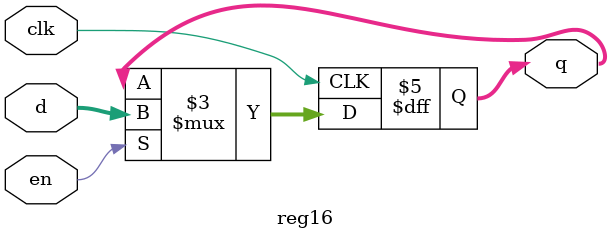
<source format=v>
module reg16 (
	input 					clk,
	input						en,
	input 		[15:0]	d,
	output reg	[15:0]	q
   );
   
   initial q = 0;
	
	always @(posedge clk)
		if (en)
			q <= d;
			
endmodule

</source>
